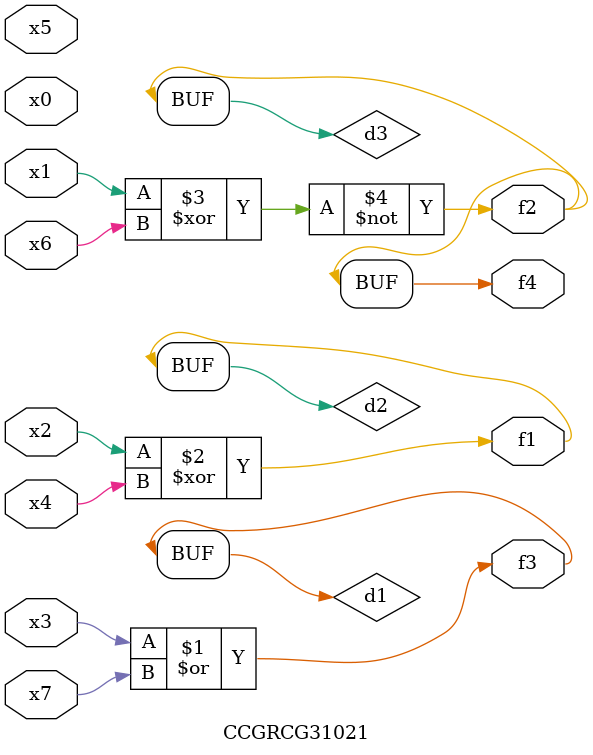
<source format=v>
module CCGRCG31021(
	input x0, x1, x2, x3, x4, x5, x6, x7,
	output f1, f2, f3, f4
);

	wire d1, d2, d3;

	or (d1, x3, x7);
	xor (d2, x2, x4);
	xnor (d3, x1, x6);
	assign f1 = d2;
	assign f2 = d3;
	assign f3 = d1;
	assign f4 = d3;
endmodule

</source>
